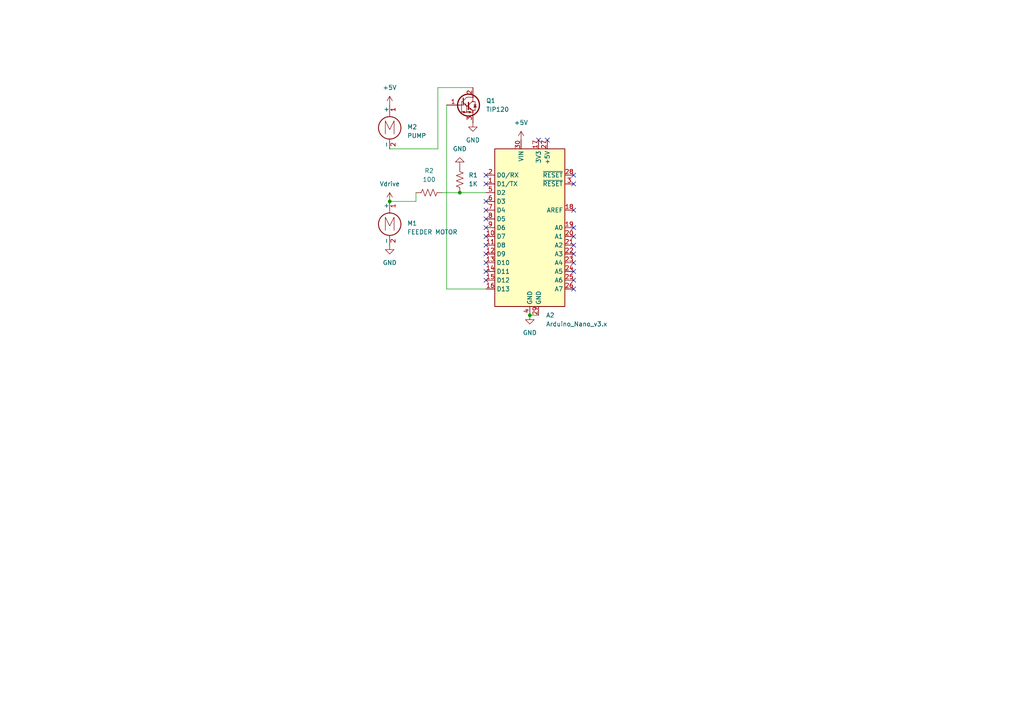
<source format=kicad_sch>
(kicad_sch (version 20250114) (generator "eeschema") (generator_version "9.0")
  (paper "A4")
  (lib_symbols
    (symbol "Device:R_US" (pin_numbers (hide yes)) (pin_names (offset 0))
      (property "Reference" "R" (at 2.54 0 90))
      (property "Value" "R_US" (at -2.54 0 90))
      (symbol "R_US_0_1"
        (polyline (pts (xy 0 2.286) (xy 0 2.54)))
        (polyline (pts (xy 0 2.286) (xy 1.016 1.905) (xy 0 1.524) (xy -1.016 1.143) (xy 0 0.762)))
        (polyline (pts (xy 0 0.762) (xy 1.016 0.381) (xy 0 0) (xy -1.016 -0.381) (xy 0 -0.762)))
        (polyline (pts (xy 0 -0.762) (xy 1.016 -1.143) (xy 0 -1.524) (xy -1.016 -1.905) (xy 0 -2.286)))
        (polyline (pts (xy 0 -2.286) (xy 0 -2.54)))
      )
      (symbol "R_US_1_1"
        (pin passive line (at 0 3.81 270) (length 1.27) (name "~") (number "1"))
        (pin passive line (at 0 -3.81 90) (length 1.27) (name "~") (number "2"))
      )
    )
    (symbol "MCU_Module:Arduino_Nano_v3.x"
      (property "Reference" "A" (at -10.16 23.495 0))
      (property "Value" "Arduino_Nano_v3.x" (at 5.08 -24.13 0))
      (symbol "Arduino_Nano_v3.x_0_1"
        (rectangle (start -10.16 22.86) (end 10.16 -22.86) (stroke (width 0.254)) (fill (type background)))
      )
      (symbol "Arduino_Nano_v3.x_1_1"
        (pin bidirectional line (at -12.7 15.24 0) (length 2.54) (name "D0/RX") (number "2"))
        (pin bidirectional line (at -12.7 12.7 0) (length 2.54) (name "D1/TX") (number "1"))
        (pin bidirectional line (at -12.7 10.16 0) (length 2.54) (name "D2") (number "5"))
        (pin bidirectional line (at -12.7 7.62 0) (length 2.54) (name "D3") (number "6"))
        (pin bidirectional line (at -12.7 5.08 0) (length 2.54) (name "D4") (number "7"))
        (pin bidirectional line (at -12.7 2.54 0) (length 2.54) (name "D5") (number "8"))
        (pin bidirectional line (at -12.7 0 0) (length 2.54) (name "D6") (number "9"))
        (pin bidirectional line (at -12.7 -2.54 0) (length 2.54) (name "D7") (number "10"))
        (pin bidirectional line (at -12.7 -5.08 0) (length 2.54) (name "D8") (number "11"))
        (pin bidirectional line (at -12.7 -7.62 0) (length 2.54) (name "D9") (number "12"))
        (pin bidirectional line (at -12.7 -10.16 0) (length 2.54) (name "D10") (number "13"))
        (pin bidirectional line (at -12.7 -12.7 0) (length 2.54) (name "D11") (number "14"))
        (pin bidirectional line (at -12.7 -15.24 0) (length 2.54) (name "D12") (number "15"))
        (pin bidirectional line (at -12.7 -17.78 0) (length 2.54) (name "D13") (number "16"))
        (pin power_in line (at -2.54 25.4 270) (length 2.54) (name "VIN") (number "30"))
        (pin power_in line (at 0 -25.4 90) (length 2.54) (name "GND") (number "4"))
        (pin power_out line (at 2.54 25.4 270) (length 2.54) (name "3V3") (number "17"))
        (pin power_in line (at 2.54 -25.4 90) (length 2.54) (name "GND") (number "29"))
        (pin power_out line (at 5.08 25.4 270) (length 2.54) (name "+5V") (number "27"))
        (pin input line (at 12.7 15.24 180) (length 2.54) (name "~{RESET}") (number "28"))
        (pin input line (at 12.7 12.7 180) (length 2.54) (name "~{RESET}") (number "3"))
        (pin input line (at 12.7 5.08 180) (length 2.54) (name "AREF") (number "18"))
        (pin bidirectional line (at 12.7 0 180) (length 2.54) (name "A0") (number "19"))
        (pin bidirectional line (at 12.7 -2.54 180) (length 2.54) (name "A1") (number "20"))
        (pin bidirectional line (at 12.7 -5.08 180) (length 2.54) (name "A2") (number "21"))
        (pin bidirectional line (at 12.7 -7.62 180) (length 2.54) (name "A3") (number "22"))
        (pin bidirectional line (at 12.7 -10.16 180) (length 2.54) (name "A4") (number "23"))
        (pin bidirectional line (at 12.7 -12.7 180) (length 2.54) (name "A5") (number "24"))
        (pin bidirectional line (at 12.7 -15.24 180) (length 2.54) (name "A6") (number "25"))
        (pin bidirectional line (at 12.7 -17.78 180) (length 2.54) (name "A7") (number "26"))
      )
    )
    (symbol "Motor:Motor_DC" (pin_names (offset 0))
      (property "Reference" "M" (at 2.54 2.54 0))
      (property "Value" "Motor_DC" (at 2.54 -5.08 0))
      (symbol "Motor_DC_0_0"
        (polyline (pts (xy -1.27 -3.302) (xy -1.27 0.508) (xy 0 -2.032) (xy 1.27 0.508) (xy 1.27 -3.302)))
      )
      (symbol "Motor_DC_0_1"
        (polyline (pts (xy 0 2.032) (xy 0 2.54)))
        (polyline (pts (xy 0 1.7272) (xy 0 2.0828)))
        (circle (center 0 -1.524) (radius 3.2512) (stroke (width 0.254)))
        (polyline (pts (xy 0 -4.7752) (xy 0 -5.1816)))
        (polyline (pts (xy 0 -7.62) (xy 0 -7.112)))
      )
      (symbol "Motor_DC_1_1"
        (pin passive line (at 0 5.08 270) (length 2.54) (name "+") (number "1"))
        (pin passive line (at 0 -7.62 90) (length 2.54) (name "-") (number "2"))
      )
    )
    (symbol "Transistor_BJT:TIP120" (pin_names (offset 0) (hide yes))
      (property "Reference" "Q" (at 5.08 1.905 0))
      (property "Value" "TIP120" (at 5.08 0 0))
      (symbol "TIP120_0_1"
        (polyline (pts (xy -1.27 0) (xy -0.889 0)))
        (circle (center -0.762 0) (radius 0.127))
        (polyline (pts (xy -0.254 2.032) (xy -0.254 0) (xy -0.254 0)) (stroke (width 0.3048)))
        (polyline (pts (xy -0.254 1.27) (xy 0.762 2.286) (xy 2.54 2.286)))
        (polyline (pts (xy -0.254 1.016) (xy -0.762 1.016) (xy -0.762 -2.032)))
        (polyline (pts (xy -0.254 0.762) (xy 0.762 -0.254) (xy 1.27 -0.254)))
        (polyline (pts (xy 0.635 -0.127) (xy 0.381 0.381) (xy 0.127 0.127) (xy 0.635 -0.127)))
        (polyline (pts (xy 0.762 -0.254) (xy 0.762 -2.032) (xy 1.143 -2.032) (xy 1.27 -1.778) (xy 1.397 -2.286) (xy 1.524 -1.778) (xy 1.651 -2.286) (xy 1.778 -1.778) (xy 1.905 -2.286) (xy 2.032 -2.032) (xy 2.54 -2.032)))
        (circle (center 0.762 -0.254) (radius 0.127))
        (polyline (pts (xy 0.762 -2.032) (xy 0.381 -2.032) (xy 0.254 -2.286) (xy 0.127 -1.778) (xy 0 -2.286) (xy -0.127 -1.778) (xy -0.254 -2.286) (xy -0.381 -1.778) (xy -0.508 -2.032) (xy -0.762 -2.032)))
        (circle (center 0.762 -2.032) (radius 0.127))
        (polyline (pts (xy 1.27 0.762) (xy 1.27 -1.27) (xy 1.27 -1.27)) (stroke (width 0.381)))
        (polyline (pts (xy 1.27 0) (xy 2.286 1.016) (xy 2.54 1.016) (xy 2.54 2.286)))
        (circle (center 1.27 0) (radius 3.175) (stroke (width 0.3556)))
        (polyline (pts (xy 1.27 -0.508) (xy 2.286 -1.524) (xy 2.54 -1.524) (xy 2.54 -2.032)))
        (polyline (pts (xy 2.159 -1.397) (xy 1.905 -0.889) (xy 1.651 -1.143) (xy 2.159 -1.397)))
        (circle (center 2.54 2.286) (radius 0.127))
        (circle (center 2.54 1.016) (radius 0.127))
        (polyline (pts (xy 2.54 -1.524) (xy 3.175 -1.524)))
        (circle (center 2.54 -1.524) (radius 0.127))
        (polyline (pts (xy 2.54 -2.032) (xy 2.54 -2.54)))
        (circle (center 2.54 -2.032) (radius 0.127))
        (polyline (pts (xy 2.794 0.127) (xy 3.556 0.127)))
        (polyline (pts (xy 3.175 1.016) (xy 2.54 1.016)))
        (polyline (pts (xy 3.175 1.016) (xy 3.175 0.127)))
        (polyline (pts (xy 3.175 0.127) (xy 2.794 -0.635) (xy 3.556 -0.635) (xy 3.175 0.127)) (fill (type outline)))
        (polyline (pts (xy 3.175 -0.635) (xy 3.175 -1.524)))
      )
      (symbol "TIP120_1_1"
        (pin input line (at -5.08 0 0) (length 3.81) (name "B") (number "1"))
        (pin passive line (at 2.54 5.08 270) (length 2.667) (name "C") (number "2"))
        (pin passive line (at 2.54 -5.08 90) (length 2.54) (name "E") (number "3"))
      )
    )
    (symbol "power:+5V" (power) (pin_numbers (hide yes)) (pin_names (offset 0) (hide yes))
      (property "Value" "+5V" (at 0 3.556 0))
      (symbol "+5V_0_1"
        (polyline (pts (xy -0.762 1.27) (xy 0 2.54)))
        (polyline (pts (xy 0 2.54) (xy 0.762 1.27)))
        (polyline (pts (xy 0 0) (xy 0 2.54)))
      )
      (symbol "+5V_1_1"
        (pin power_in line (at 0 0 90) (length 0) (name "~") (number "1"))
      )
    )
    (symbol "power:GND" (power) (pin_numbers (hide yes)) (pin_names (offset 0) (hide yes))
      (property "Value" "GND" (at 0 -3.81 0))
      (symbol "GND_0_1"
        (polyline (pts (xy 0 0) (xy 0 -1.27) (xy 1.27 -1.27) (xy 0 -2.54) (xy -1.27 -1.27) (xy 0 -1.27)))
      )
      (symbol "GND_1_1"
        (pin power_in line (at 0 0 270) (length 0) (name "~") (number "1"))
      )
    )
    (symbol "power:Vdrive" (power) (pin_numbers (hide yes)) (pin_names (offset 0) (hide yes))
      (property "Value" "Vdrive" (at 0 3.556 0))
      (symbol "Vdrive_0_1"
        (polyline (pts (xy -0.762 1.27) (xy 0 2.54)))
        (polyline (pts (xy 0 2.54) (xy 0.762 1.27)))
        (polyline (pts (xy 0 0) (xy 0 2.54)))
      )
      (symbol "Vdrive_1_1"
        (pin power_in line (at 0 0 90) (length 0) (name "~") (number "1"))
      )
    )
  )
  (junction (at 153.67 91.44))
  (junction (at 133.35 55.88))
  (junction (at 113.03 58.42))
  (no_connect (at 166.37 83.82))
  (no_connect (at 140.97 53.34))
  (no_connect (at 166.37 78.74))
  (no_connect (at 166.37 73.66))
  (no_connect (at 140.97 78.74))
  (no_connect (at 156.21 40.64))
  (no_connect (at 140.97 63.5))
  (no_connect (at 158.75 40.64))
  (no_connect (at 166.37 50.8))
  (no_connect (at 166.37 68.58))
  (no_connect (at 166.37 76.2))
  (no_connect (at 166.37 66.04))
  (no_connect (at 140.97 73.66))
  (no_connect (at 166.37 53.34))
  (no_connect (at 140.97 66.04))
  (no_connect (at 166.37 60.96))
  (no_connect (at 166.37 71.12))
  (no_connect (at 140.97 58.42))
  (no_connect (at 140.97 68.58))
  (no_connect (at 166.37 81.28))
  (no_connect (at 140.97 71.12))
  (no_connect (at 140.97 50.8))
  (no_connect (at 140.97 81.28))
  (no_connect (at 140.97 76.2))
  (no_connect (at 140.97 60.96))
  (wire (pts (xy 120.65 58.42) (xy 113.03 58.42)))
  (wire (pts (xy 120.65 55.88) (xy 120.65 58.42)))
  (wire (pts (xy 127 25.4) (xy 127 43.18)))
  (wire (pts (xy 127 43.18) (xy 113.03 43.18)))
  (wire (pts (xy 137.16 25.4) (xy 127 25.4)))
  (wire (pts (xy 133.35 55.88) (xy 140.97 55.88)))
  (wire (pts (xy 128.27 55.88) (xy 133.35 55.88)))
  (wire (pts (xy 153.67 91.44) (xy 156.21 91.44)))
  (wire (pts (xy 129.54 30.48) (xy 129.54 83.82)))
  (wire (pts (xy 129.54 83.82) (xy 140.97 83.82)))
  (symbol (lib_id "power:+5V") (at 113.03 30.48 0) (unit 1)
    (property "Reference" "#PWR05" (effects (hide yes)))
    (property "Value" "+5V" (at 113.03 25.4 0))
    (property "Description" "Power symbol creates a global label with name \"+5V\"" (effects (hide yes)))
  )
  (symbol (lib_id "power:Vdrive") (at 113.03 58.42 0) (unit 1)
    (property "Reference" "#PWR08" (effects (hide yes)))
    (property "Value" "Vdrive" (at 113.03 53.34 0))
    (property "Description" "Power symbol creates a global label with name \"Vdrive\"" (effects (hide yes)))
  )
  (symbol (lib_id "Device:R_US") (at 133.35 52.07 0) (unit 1)
    (property "Reference" "R1" (at 135.89 50.7999 0) (effects (justify left)))
    (property "Value" "1K" (at 135.89 53.3399 0) (effects (justify left)))
    (property "Description" "Resistor, US symbol" (effects (hide yes)))
  )
  (symbol (lib_id "power:GND") (at 113.03 71.12 0) (unit 1)
    (property "Reference" "#PWR03" (effects (hide yes)))
    (property "Value" "GND" (at 113.03 76.2 0))
    (property "Description" "Power symbol creates a global label with name \"GND\" , ground" (effects (hide yes)))
  )
  (symbol (lib_id "Motor:Motor_DC") (at 113.03 63.5 0) (unit 1)
    (property "Reference" "M1" (at 118.11 64.7699 0) (effects (justify left)))
    (property "Value" "FEEDER MOTOR" (at 118.11 67.3099 0) (effects (justify left)))
    (property "Description" "DC Motor" (effects (hide yes)))
  )
  (symbol (lib_id "power:GND") (at 133.35 48.26 180) (unit 1)
    (property "Reference" "#PWR07" (effects (hide yes)))
    (property "Value" "GND" (at 133.35 43.18 0))
    (property "Description" "Power symbol creates a global label with name \"GND\" , ground" (effects (hide yes)))
  )
  (symbol (lib_id "Device:R_US") (at 124.46 55.88 90) (unit 1)
    (property "Reference" "R2" (at 124.46 49.53 90))
    (property "Value" "100" (at 124.46 52.07 90))
    (property "Description" "Resistor, US symbol" (effects (hide yes)))
  )
  (symbol (lib_id "MCU_Module:Arduino_Nano_v3.x") (at 153.67 66.04 0) (unit 1)
    (property "Reference" "A2" (at 158.3533 91.44 0) (effects (justify left)))
    (property "Value" "Arduino_Nano_v3.x" (at 158.3533 93.98 0) (effects (justify left)))
    (property "Footprint" "Module:Arduino_Nano" (effects (hide yes)))
    (property "Datasheet" "http://www.mouser.com/pdfdocs/Gravitech_Arduino_Nano3_0.pdf" (effects (hide yes)))
    (property "Description" "Arduino Nano v3.x" (effects (hide yes)))
  )
  (symbol (lib_id "power:GND") (at 153.67 91.44 0) (unit 1)
    (property "Reference" "#PWR01" (effects (hide yes)))
    (property "Value" "GND" (at 153.67 96.52 0))
    (property "Description" "Power symbol creates a global label with name \"GND\" , ground" (effects (hide yes)))
  )
  (symbol (lib_id "power:GND") (at 137.16 35.56 0) (unit 1)
    (property "Reference" "#PWR02" (effects (hide yes)))
    (property "Value" "GND" (at 137.16 40.64 0))
    (property "Description" "Power symbol creates a global label with name \"GND\" , ground" (effects (hide yes)))
  )
  (symbol (lib_id "Motor:Motor_DC") (at 113.03 35.56 0) (unit 1)
    (property "Reference" "M2" (at 118.11 36.8299 0) (effects (justify left)))
    (property "Value" "PUMP" (at 118.11 39.3699 0) (effects (justify left)))
    (property "Description" "DC Motor" (effects (hide yes)))
  )
  (symbol (lib_id "Transistor_BJT:TIP120") (at 134.62 30.48 0) (unit 1)
    (property "Reference" "Q1" (at 140.97 29.2099 0) (effects (justify left)))
    (property "Value" "TIP120" (at 140.97 31.7499 0) (effects (justify left)))
    (property "Footprint" "Package_TO_SOT_THT:TO-220-3_Vertical" (effects (hide yes)))
    (property "Datasheet" "https://www.onsemi.com/pub/Collateral/TIP120-D.PDF" (effects (hide yes)))
    (property "Description" "5A Ic, 60V Vce, Silicon Darlington Power NPN Transistor, TO-220" (effects (hide yes)))
  )
  (symbol (lib_id "power:+5V") (at 151.13 40.64 0) (unit 1)
    (property "Reference" "#PWR06" (effects (hide yes)))
    (property "Value" "+5V" (at 151.13 35.56 0))
    (property "Description" "Power symbol creates a global label with name \"+5V\"" (effects (hide yes)))
  )
)
</source>
